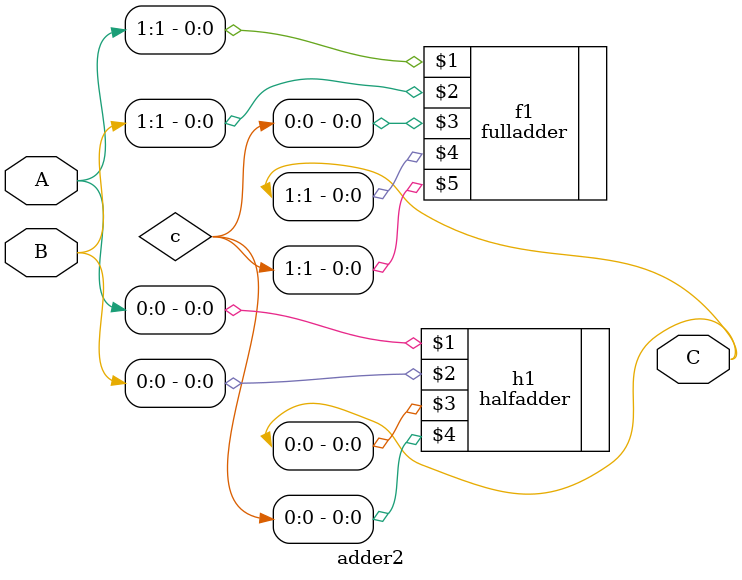
<source format=v>
`timescale 1ns / 1ps


module adder2(A,B,C);
    input [1:0] A;
    input [1:0] B;
    output [1:0] C;
    wire [1:0] c;
    halfadder h1(A[0],B[0],C[0],c[0]);
    fulladder f1(A[1],B[1],c[0],C[1],c[1]);    
    
    
endmodule

</source>
